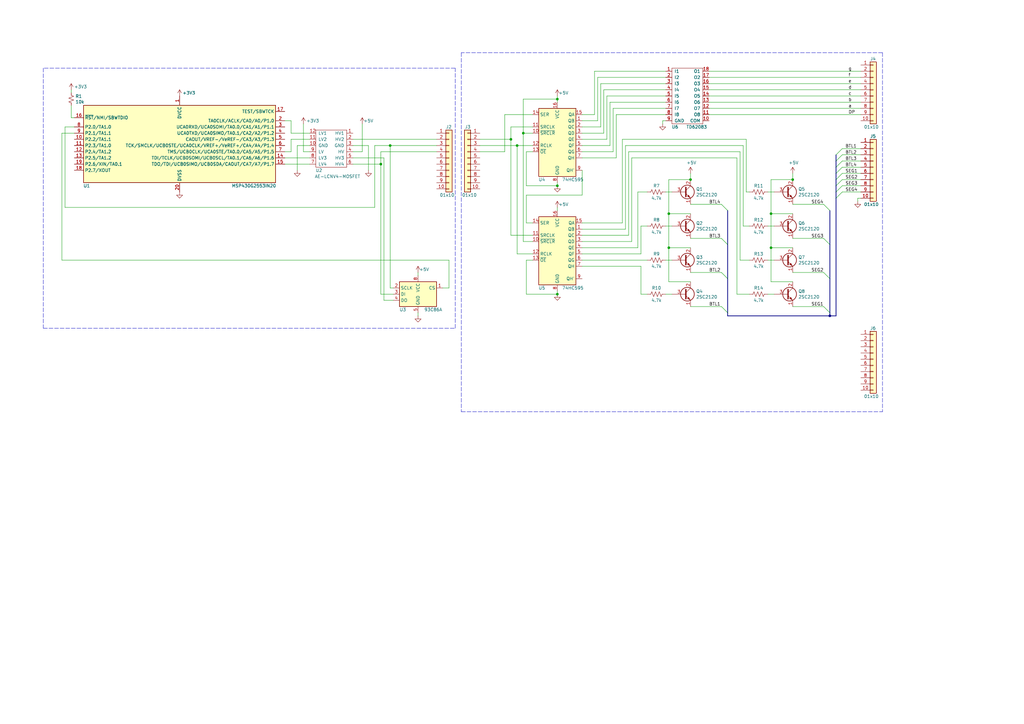
<source format=kicad_sch>
(kicad_sch (version 20211123) (generator eeschema)
  (paper "A3")
  (lib_symbols
    (symbol "74xx:74HC595"
      (property "Reference" "U" (at -7.62 13.97 0))
      (property "Value" "74HC595" (at -7.62 -16.51 0))
      (symbol "74HC595_1_0"
        (pin tri_state line (at 10.16 7.62 180) (length 2.54) (name "QB") (number "1"))
        (pin input line (at -10.16 2.54 0) (length 2.54) (name "~{SRCLR}") (number "10"))
        (pin input line (at -10.16 5.08 0) (length 2.54) (name "SRCLK") (number "11"))
        (pin input line (at -10.16 -2.54 0) (length 2.54) (name "RCLK") (number "12"))
        (pin input line (at -10.16 -5.08 0) (length 2.54) (name "~{OE}") (number "13"))
        (pin input line (at -10.16 10.16 0) (length 2.54) (name "SER") (number "14"))
        (pin tri_state line (at 10.16 10.16 180) (length 2.54) (name "QA") (number "15"))
        (pin power_in line (at 0 15.24 270) (length 2.54) (name "VCC") (number "16"))
        (pin tri_state line (at 10.16 5.08 180) (length 2.54) (name "QC") (number "2"))
        (pin tri_state line (at 10.16 2.54 180) (length 2.54) (name "QD") (number "3"))
        (pin tri_state line (at 10.16 0 180) (length 2.54) (name "QE") (number "4"))
        (pin tri_state line (at 10.16 -2.54 180) (length 2.54) (name "QF") (number "5"))
        (pin tri_state line (at 10.16 -5.08 180) (length 2.54) (name "QG") (number "6"))
        (pin tri_state line (at 10.16 -7.62 180) (length 2.54) (name "QH") (number "7"))
        (pin power_in line (at 0 -17.78 90) (length 2.54) (name "GND") (number "8"))
        (pin output line (at 10.16 -12.7 180) (length 2.54) (name "QH'") (number "9"))
      )
      (symbol "74HC595_1_1"
        (rectangle (start -7.62 12.7) (end 7.62 -15.24) (stroke (width 0.254)) (fill (type background)))
      )
    )
    (symbol "Connector_Generic:Conn_01x10" (pin_names (offset 1.016) hide)
      (property "Reference" "J" (at 0 12.7 0))
      (property "Value" "Conn_01x10" (at 0 -15.24 0))
      (symbol "Conn_01x10_1_1"
        (rectangle (start -1.27 -12.573) (end 0 -12.827) (stroke (width 0.1524)))
        (rectangle (start -1.27 -10.033) (end 0 -10.287) (stroke (width 0.1524)))
        (rectangle (start -1.27 -7.493) (end 0 -7.747) (stroke (width 0.1524)))
        (rectangle (start -1.27 -4.953) (end 0 -5.207) (stroke (width 0.1524)))
        (rectangle (start -1.27 -2.413) (end 0 -2.667) (stroke (width 0.1524)))
        (rectangle (start -1.27 0.127) (end 0 -0.127) (stroke (width 0.1524)))
        (rectangle (start -1.27 2.667) (end 0 2.413) (stroke (width 0.1524)))
        (rectangle (start -1.27 5.207) (end 0 4.953) (stroke (width 0.1524)))
        (rectangle (start -1.27 7.747) (end 0 7.493) (stroke (width 0.1524)))
        (rectangle (start -1.27 10.287) (end 0 10.033) (stroke (width 0.1524)))
        (rectangle (start -1.27 11.43) (end 1.27 -13.97) (stroke (width 0.254)) (fill (type background)))
        (pin passive line (at -5.08 10.16 0) (length 3.81) (name "Pin_1") (number "1"))
        (pin passive line (at -5.08 -12.7 0) (length 3.81) (name "Pin_10") (number "10"))
        (pin passive line (at -5.08 7.62 0) (length 3.81) (name "Pin_2") (number "2"))
        (pin passive line (at -5.08 5.08 0) (length 3.81) (name "Pin_3") (number "3"))
        (pin passive line (at -5.08 2.54 0) (length 3.81) (name "Pin_4") (number "4"))
        (pin passive line (at -5.08 0 0) (length 3.81) (name "Pin_5") (number "5"))
        (pin passive line (at -5.08 -2.54 0) (length 3.81) (name "Pin_6") (number "6"))
        (pin passive line (at -5.08 -5.08 0) (length 3.81) (name "Pin_7") (number "7"))
        (pin passive line (at -5.08 -7.62 0) (length 3.81) (name "Pin_8") (number "8"))
        (pin passive line (at -5.08 -10.16 0) (length 3.81) (name "Pin_9") (number "9"))
      )
    )
    (symbol "Device:Q_NPN_ECB" (pin_names (offset 0) hide)
      (property "Reference" "Q" (at 5.08 1.27 0))
      (property "Value" "Q_NPN_ECB" (at 5.08 -1.27 0))
      (symbol "Q_NPN_ECB_0_1"
        (polyline (pts (xy 0.635 0.635) (xy 2.54 2.54)))
        (polyline (pts (xy 0.635 -0.635) (xy 2.54 -2.54) (xy 2.54 -2.54)))
        (polyline (pts (xy 0.635 1.905) (xy 0.635 -1.905) (xy 0.635 -1.905)) (stroke (width 0.508)))
        (polyline (pts (xy 1.27 -1.778) (xy 1.778 -1.27) (xy 2.286 -2.286) (xy 1.27 -1.778) (xy 1.27 -1.778)) (fill (type outline)))
        (circle (center 1.27 0) (radius 2.8194) (stroke (width 0.254)))
      )
      (symbol "Q_NPN_ECB_1_1"
        (pin passive line (at 2.54 -5.08 90) (length 2.54) (name "E") (number "1"))
        (pin passive line (at 2.54 5.08 270) (length 2.54) (name "C") (number "2"))
        (pin passive line (at -5.08 0 0) (length 5.715) (name "B") (number "3"))
      )
    )
    (symbol "Device:R_Small_US" (pin_numbers hide) (pin_names (offset 0.254) hide)
      (property "Reference" "R" (at 0.762 0.508 0))
      (property "Value" "R_Small_US" (at 0.762 -1.016 0))
      (symbol "R_Small_US_1_1"
        (polyline (pts (xy 0 0) (xy 1.016 -0.381) (xy 0 -0.762) (xy -1.016 -1.143) (xy 0 -1.524)))
        (polyline (pts (xy 0 1.524) (xy 1.016 1.143) (xy 0 0.762) (xy -1.016 0.381) (xy 0 0)))
        (pin passive line (at 0 2.54 270) (length 1.016) (name "~") (number "1"))
        (pin passive line (at 0 -2.54 90) (length 1.016) (name "~") (number "2"))
      )
    )
    (symbol "Device:R_US" (pin_numbers hide) (pin_names (offset 0))
      (property "Reference" "R" (at 2.54 0 90))
      (property "Value" "R_US" (at -2.54 0 90))
      (symbol "R_US_0_1"
        (polyline (pts (xy 0 -2.286) (xy 0 -2.54)))
        (polyline (pts (xy 0 2.286) (xy 0 2.54)))
        (polyline (pts (xy 0 -0.762) (xy 1.016 -1.143) (xy 0 -1.524) (xy -1.016 -1.905) (xy 0 -2.286)))
        (polyline (pts (xy 0 0.762) (xy 1.016 0.381) (xy 0 0) (xy -1.016 -0.381) (xy 0 -0.762)))
        (polyline (pts (xy 0 2.286) (xy 1.016 1.905) (xy 0 1.524) (xy -1.016 1.143) (xy 0 0.762)))
      )
      (symbol "R_US_1_1"
        (pin passive line (at 0 3.81 270) (length 1.27) (name "~") (number "1"))
        (pin passive line (at 0 -3.81 90) (length 1.27) (name "~") (number "2"))
      )
    )
    (symbol "MCU_Texas_MSP430:MSP430G2553IN20"
      (property "Reference" "U" (at -38.1 17.78 0))
      (property "Value" "MSP430G2553IN20" (at 31.75 -16.51 0))
      (symbol "MSP430G2553IN20_0_1"
        (rectangle (start -39.37 16.51) (end 39.37 -15.24) (stroke (width 0.254)) (fill (type background)))
      )
      (symbol "MSP430G2553IN20_1_1"
        (pin power_in line (at 0 20.32 270) (length 3.81) (name "DVCC") (number "1"))
        (pin bidirectional line (at -43.18 2.54 0) (length 3.81) (name "P2.2/TA1.1") (number "10"))
        (pin bidirectional line (at -43.18 0 0) (length 3.81) (name "P2.3/TA1.0") (number "11"))
        (pin bidirectional line (at -43.18 -2.54 0) (length 3.81) (name "P2.4/TA1.2") (number "12"))
        (pin bidirectional line (at -43.18 -5.08 0) (length 3.81) (name "P2.5/TA1.2") (number "13"))
        (pin bidirectional line (at 43.18 -5.08 180) (length 3.81) (name "TDI/TCLK/UCB0SOMI/UCB0SCL/TA0.1/CA6/A6/P1.6") (number "14"))
        (pin bidirectional line (at 43.18 -7.62 180) (length 3.81) (name "TDO/TDI/UCB0SIMO/UCB0SDA/CAOUT/CA7/A7/P1.7") (number "15"))
        (pin input line (at -43.18 11.43 0) (length 3.81) (name "~{RST}/NMI/SBWTDIO") (number "16"))
        (pin input line (at 43.18 13.97 180) (length 3.81) (name "TEST/SBWTCK") (number "17"))
        (pin bidirectional line (at -43.18 -10.16 0) (length 3.81) (name "P2.7/XOUT") (number "18"))
        (pin bidirectional line (at -43.18 -7.62 0) (length 3.81) (name "P2.6/XIN/TA0.1") (number "19"))
        (pin bidirectional line (at 43.18 10.16 180) (length 3.81) (name "TA0CLK/ACLK/CA0/A0/P1.0") (number "2"))
        (pin power_in line (at 0 -19.05 90) (length 3.81) (name "DVSS") (number "20"))
        (pin bidirectional line (at 43.18 7.62 180) (length 3.81) (name "UCA0RXD/UCA0SOMI/TA0.0/CA1/A1/P1.1") (number "3"))
        (pin bidirectional line (at 43.18 5.08 180) (length 3.81) (name "UCA0TXD/UCA0SIMO/TA0.1/CA2/A2/P1.2") (number "4"))
        (pin bidirectional line (at 43.18 2.54 180) (length 3.81) (name "CAOUT/VREF-/VeREF-/CA3/A3/P1.3") (number "5"))
        (pin bidirectional line (at 43.18 0 180) (length 3.81) (name "TCK/SMCLK/UCB0STE/UCA0CLK/VREF+/VeREF+/CA4/A4/P1.4") (number "6"))
        (pin bidirectional line (at 43.18 -2.54 180) (length 3.81) (name "TMS/UCB0CLK/UCA0STE/TA0.0/CA5/A5/P1.5") (number "7"))
        (pin bidirectional line (at -43.18 7.62 0) (length 3.81) (name "P2.0/TA1.0") (number "8"))
        (pin bidirectional line (at -43.18 5.08 0) (length 3.81) (name "P2.1/TA1.1") (number "9"))
      )
    )
    (symbol "Memory_EEPROM:93CxxA"
      (property "Reference" "U" (at -7.62 6.35 0))
      (property "Value" "93CxxA" (at 2.54 -6.35 0))
      (symbol "93CxxA_1_1"
        (rectangle (start -7.62 5.08) (end 7.62 -5.08) (stroke (width 0.254)) (fill (type background)))
        (pin input line (at -10.16 2.54 0) (length 2.54) (name "CS") (number "1"))
        (pin input line (at 10.16 2.54 180) (length 2.54) (name "SCLK") (number "2"))
        (pin input line (at 10.16 0 180) (length 2.54) (name "DI") (number "3"))
        (pin tri_state line (at 10.16 -2.54 180) (length 2.54) (name "DO") (number "4"))
        (pin power_in line (at 0 -7.62 90) (length 2.54) (name "GND") (number "5"))
        (pin no_connect line (at -7.62 0 0) (length 2.54) hide (name "NC") (number "6"))
        (pin no_connect line (at -7.62 -2.54 0) (length 2.54) hide (name "NC") (number "7"))
        (pin power_in line (at 0 7.62 270) (length 2.54) (name "VCC") (number "8"))
      )
    )
    (symbol "akiduki:AE-LCNV4-MOSFET" (pin_names (offset 1.016))
      (property "Reference" "U" (at 0 1.27 0))
      (property "Value" "AE-LCNV4-MOSFET" (at 0 0 0))
      (symbol "AE-LCNV4-MOSFET_0_1"
        (rectangle (start -6.35 -1.27) (end 6.35 -16.51))
      )
      (symbol "AE-LCNV4-MOSFET_1_1"
        (pin bidirectional line (at -8.89 -2.54 0) (length 2.54) (name "HV1") (number "1"))
        (pin power_in line (at 8.89 -7.62 180) (length 2.54) (name "GND") (number "10"))
        (pin bidirectional line (at 8.89 -5.08 180) (length 2.54) (name "LV2") (number "11"))
        (pin bidirectional line (at 8.89 -2.54 180) (length 2.54) (name "LV1") (number "12"))
        (pin bidirectional line (at -8.89 -5.08 0) (length 2.54) (name "HV2") (number "2"))
        (pin power_in line (at -8.89 -7.62 0) (length 2.54) (name "GND") (number "3"))
        (pin power_in line (at -8.89 -10.16 0) (length 2.54) (name "HV") (number "4"))
        (pin bidirectional line (at -8.89 -12.7 0) (length 2.54) (name "HV3") (number "5"))
        (pin bidirectional line (at -8.89 -15.24 0) (length 2.54) (name "HV4") (number "6"))
        (pin bidirectional line (at 8.89 -15.24 180) (length 2.54) (name "LV4") (number "7"))
        (pin bidirectional line (at 8.89 -12.7 180) (length 2.54) (name "LV3") (number "8"))
        (pin power_in line (at 8.89 -10.16 180) (length 2.54) (name "LV") (number "9"))
      )
    )
    (symbol "akiduki:TD62083" (pin_names (offset 1.016))
      (property "Reference" "U" (at -6.35 -12.7 0))
      (property "Value" "TD62083" (at 5.08 -12.7 0))
      (symbol "TD62083_0_1"
        (rectangle (start -6.35 11.43) (end 6.35 -11.43))
      )
      (symbol "TD62083_1_1"
        (pin input line (at -8.89 10.16 0) (length 2.54) (name "I1") (number "1"))
        (pin power_in line (at 8.89 -10.16 180) (length 2.54) (name "COM") (number "10"))
        (pin output line (at 8.89 -7.62 180) (length 2.54) (name "O8") (number "11"))
        (pin output line (at 8.89 -5.08 180) (length 2.54) (name "O7") (number "12"))
        (pin output line (at 8.89 -2.54 180) (length 2.54) (name "O6") (number "13"))
        (pin output line (at 8.89 0 180) (length 2.54) (name "O5") (number "14"))
        (pin output line (at 8.89 2.54 180) (length 2.54) (name "O4") (number "15"))
        (pin output line (at 8.89 5.08 180) (length 2.54) (name "O3") (number "16"))
        (pin output line (at 8.89 7.62 180) (length 2.54) (name "O2") (number "17"))
        (pin output line (at 8.89 10.16 180) (length 2.54) (name "O1") (number "18"))
        (pin input line (at -8.89 7.62 0) (length 2.54) (name "I2") (number "2"))
        (pin input line (at -8.89 5.08 0) (length 2.54) (name "I3") (number "3"))
        (pin input line (at -8.89 2.54 0) (length 2.54) (name "I4") (number "4"))
        (pin input line (at -8.89 0 0) (length 2.54) (name "I5") (number "5"))
        (pin input line (at -8.89 -2.54 0) (length 2.54) (name "I6") (number "6"))
        (pin input line (at -8.89 -5.08 0) (length 2.54) (name "I7") (number "7"))
        (pin input line (at -8.89 -7.62 0) (length 2.54) (name "I8") (number "8"))
        (pin power_in line (at -8.89 -10.16 0) (length 2.54) (name "GND") (number "9"))
      )
    )
    (symbol "power:+3V3" (power) (pin_names (offset 0))
      (property "Value" "+3V3" (at 0 3.556 0))
      (symbol "+3V3_0_1"
        (polyline (pts (xy -0.762 1.27) (xy 0 2.54)))
        (polyline (pts (xy 0 0) (xy 0 2.54)))
        (polyline (pts (xy 0 2.54) (xy 0.762 1.27)))
      )
      (symbol "+3V3_1_1"
        (pin power_in line (at 0 0 90) (length 0) hide (name "+3V3") (number "1"))
      )
    )
    (symbol "power:+5V" (power) (pin_names (offset 0))
      (property "Value" "+5V" (at 0 3.556 0))
      (symbol "+5V_0_1"
        (polyline (pts (xy -0.762 1.27) (xy 0 2.54)))
        (polyline (pts (xy 0 0) (xy 0 2.54)))
        (polyline (pts (xy 0 2.54) (xy 0.762 1.27)))
      )
      (symbol "+5V_1_1"
        (pin power_in line (at 0 0 90) (length 0) hide (name "+5V") (number "1"))
      )
    )
    (symbol "power:GND" (power) (pin_names (offset 0))
      (property "Value" "GND" (at 0 -3.81 0))
      (symbol "GND_0_1"
        (polyline (pts (xy 0 0) (xy 0 -1.27) (xy 1.27 -1.27) (xy 0 -2.54) (xy -1.27 -1.27) (xy 0 -1.27)))
      )
      (symbol "GND_1_1"
        (pin power_in line (at 0 0 270) (length 0) hide (name "GND") (number "1"))
      )
    )
  )
  (junction (at 274.32 87.63))
  (junction (at 160.02 59.69))
  (junction (at 156.21 67.31))
  (junction (at 228.6 120.65))
  (junction (at 228.6 40.64))
  (junction (at 212.09 59.69))
  (junction (at 340.36 129.54))
  (junction (at 316.23 101.6))
  (junction (at 325.12 73.66))
  (junction (at 214.63 54.61))
  (junction (at 209.55 57.15))
  (junction (at 316.23 87.63))
  (junction (at 274.32 101.6))
  (junction (at 283.21 73.66))
  (junction (at 228.6 76.2))
  (bus_entry (at 337.82 125.73) (size 2.54 2.54))
  (bus_entry (at 342.9 63.5) (size 2.54 -2.54))
  (bus_entry (at 342.9 68.58) (size 2.54 -2.54))
  (bus_entry (at 337.82 83.82) (size 2.54 2.54))
  (bus_entry (at 295.91 97.79) (size 2.54 2.54))
  (bus_entry (at 295.91 83.82) (size 2.54 2.54))
  (bus_entry (at 342.9 76.2) (size 2.54 -2.54))
  (bus_entry (at 342.9 78.74) (size 2.54 -2.54))
  (bus_entry (at 337.82 111.76) (size 2.54 2.54))
  (bus_entry (at 337.82 97.79) (size 2.54 2.54))
  (bus_entry (at 342.9 66.04) (size 2.54 -2.54))
  (bus_entry (at 342.9 73.66) (size 2.54 -2.54))
  (bus_entry (at 295.91 111.76) (size 2.54 2.54))
  (bus_entry (at 295.91 125.73) (size 2.54 2.54))
  (bus_entry (at 342.9 71.12) (size 2.54 -2.54))
  (bus_entry (at 342.9 81.28) (size 2.54 -2.54))
  (wire (pts (xy 262.89 104.14) (xy 238.76 104.14)))
  (wire (pts (xy 273.05 78.74) (xy 275.59 78.74)))
  (wire (pts (xy 124.46 50.8) (xy 124.46 62.23)))
  (wire (pts (xy 29.21 38.1) (xy 29.21 36.83)))
  (wire (pts (xy 121.92 59.69) (xy 121.92 69.85)))
  (wire (pts (xy 215.9 80.01) (xy 215.9 91.44)))
  (wire (pts (xy 215.9 76.2) (xy 215.9 62.23)))
  (wire (pts (xy 29.21 43.18) (xy 29.21 48.26)))
  (wire (pts (xy 238.76 69.85) (xy 238.76 80.01)))
  (wire (pts (xy 262.89 120.65) (xy 265.43 120.65)))
  (wire (pts (xy 283.21 87.63) (xy 274.32 87.63)))
  (wire (pts (xy 238.76 91.44) (xy 255.27 91.44)))
  (bus (pts (xy 342.9 71.12) (xy 342.9 73.66)))
  (wire (pts (xy 144.78 64.77) (xy 157.48 64.77)))
  (wire (pts (xy 144.78 59.69) (xy 151.13 59.69)))
  (wire (pts (xy 262.89 109.22) (xy 262.89 120.65)))
  (wire (pts (xy 171.45 111.76) (xy 171.45 113.03)))
  (wire (pts (xy 214.63 54.61) (xy 214.63 40.64)))
  (wire (pts (xy 257.81 62.23) (xy 257.81 96.52)))
  (wire (pts (xy 119.38 57.15) (xy 127 57.15)))
  (wire (pts (xy 238.76 54.61) (xy 247.65 54.61)))
  (wire (pts (xy 256.54 59.69) (xy 256.54 93.98)))
  (bus (pts (xy 340.36 86.36) (xy 340.36 100.33)))
  (wire (pts (xy 124.46 62.23) (xy 127 62.23)))
  (wire (pts (xy 252.73 64.77) (xy 252.73 46.99)))
  (wire (pts (xy 275.59 92.71) (xy 273.05 92.71)))
  (wire (pts (xy 307.34 92.71) (xy 304.8 92.71)))
  (wire (pts (xy 243.84 29.21) (xy 243.84 46.99)))
  (wire (pts (xy 228.6 39.37) (xy 228.6 40.64)))
  (wire (pts (xy 317.5 92.71) (xy 314.96 92.71)))
  (wire (pts (xy 273.05 49.53) (xy 271.78 49.53)))
  (polyline (pts (xy 361.95 21.59) (xy 189.23 21.59)))
  (wire (pts (xy 184.15 118.11) (xy 181.61 118.11)))
  (wire (pts (xy 290.83 41.91) (xy 353.06 41.91)))
  (wire (pts (xy 261.62 101.6) (xy 261.62 78.74)))
  (wire (pts (xy 153.67 85.09) (xy 26.67 85.09)))
  (wire (pts (xy 238.76 96.52) (xy 257.81 96.52)))
  (wire (pts (xy 316.23 115.57) (xy 325.12 115.57)))
  (wire (pts (xy 337.82 125.73) (xy 325.12 125.73)))
  (wire (pts (xy 259.08 64.77) (xy 302.26 64.77)))
  (wire (pts (xy 353.06 66.04) (xy 345.44 66.04)))
  (wire (pts (xy 316.23 87.63) (xy 316.23 101.6)))
  (wire (pts (xy 25.4 54.61) (xy 25.4 106.68)))
  (wire (pts (xy 214.63 54.61) (xy 214.63 99.06)))
  (wire (pts (xy 325.12 111.76) (xy 337.82 111.76)))
  (wire (pts (xy 302.26 120.65) (xy 307.34 120.65)))
  (polyline (pts (xy 189.23 168.91) (xy 361.95 168.91)))
  (wire (pts (xy 252.73 46.99) (xy 273.05 46.99)))
  (wire (pts (xy 325.12 73.66) (xy 316.23 73.66)))
  (wire (pts (xy 353.06 76.2) (xy 345.44 76.2)))
  (wire (pts (xy 302.26 64.77) (xy 302.26 120.65)))
  (wire (pts (xy 209.55 57.15) (xy 209.55 96.52)))
  (wire (pts (xy 245.11 49.53) (xy 245.11 31.75)))
  (wire (pts (xy 271.78 49.53) (xy 271.78 50.8)))
  (wire (pts (xy 156.21 67.31) (xy 156.21 120.65)))
  (wire (pts (xy 119.38 62.23) (xy 119.38 57.15)))
  (bus (pts (xy 340.36 128.27) (xy 340.36 129.54)))
  (wire (pts (xy 250.19 59.69) (xy 250.19 41.91)))
  (bus (pts (xy 342.9 66.04) (xy 342.9 68.58)))
  (wire (pts (xy 214.63 40.64) (xy 228.6 40.64)))
  (wire (pts (xy 215.9 106.68) (xy 218.44 106.68)))
  (wire (pts (xy 248.92 57.15) (xy 238.76 57.15)))
  (polyline (pts (xy 189.23 21.59) (xy 189.23 168.91)))
  (wire (pts (xy 161.29 118.11) (xy 160.02 118.11)))
  (wire (pts (xy 351.79 81.28) (xy 353.06 81.28)))
  (wire (pts (xy 228.6 120.65) (xy 215.9 120.65)))
  (wire (pts (xy 209.55 52.07) (xy 209.55 57.15)))
  (wire (pts (xy 251.46 62.23) (xy 238.76 62.23)))
  (polyline (pts (xy 361.95 21.59) (xy 361.95 168.91)))
  (wire (pts (xy 261.62 78.74) (xy 265.43 78.74)))
  (wire (pts (xy 306.07 78.74) (xy 307.34 78.74)))
  (wire (pts (xy 30.48 52.07) (xy 26.67 52.07)))
  (wire (pts (xy 275.59 120.65) (xy 273.05 120.65)))
  (bus (pts (xy 298.45 114.3) (xy 298.45 128.27)))
  (wire (pts (xy 161.29 123.19) (xy 157.48 123.19)))
  (wire (pts (xy 316.23 101.6) (xy 316.23 115.57)))
  (wire (pts (xy 228.6 40.64) (xy 228.6 41.91)))
  (wire (pts (xy 353.06 73.66) (xy 345.44 73.66)))
  (bus (pts (xy 342.9 81.28) (xy 342.9 129.54)))
  (wire (pts (xy 119.38 49.53) (xy 119.38 54.61)))
  (wire (pts (xy 256.54 93.98) (xy 238.76 93.98)))
  (wire (pts (xy 251.46 44.45) (xy 251.46 62.23)))
  (wire (pts (xy 353.06 63.5) (xy 345.44 63.5)))
  (wire (pts (xy 25.4 106.68) (xy 184.15 106.68)))
  (bus (pts (xy 342.9 78.74) (xy 342.9 81.28)))
  (wire (pts (xy 116.84 49.53) (xy 119.38 49.53)))
  (wire (pts (xy 144.78 67.31) (xy 156.21 67.31)))
  (wire (pts (xy 247.65 54.61) (xy 247.65 36.83)))
  (wire (pts (xy 156.21 67.31) (xy 156.21 62.23)))
  (wire (pts (xy 250.19 41.91) (xy 273.05 41.91)))
  (wire (pts (xy 283.21 101.6) (xy 274.32 101.6)))
  (wire (pts (xy 325.12 97.79) (xy 337.82 97.79)))
  (wire (pts (xy 116.84 62.23) (xy 119.38 62.23)))
  (wire (pts (xy 151.13 59.69) (xy 151.13 69.85)))
  (wire (pts (xy 228.6 85.09) (xy 228.6 86.36)))
  (wire (pts (xy 144.78 62.23) (xy 148.59 62.23)))
  (bus (pts (xy 342.9 63.5) (xy 342.9 66.04)))
  (wire (pts (xy 283.21 71.12) (xy 283.21 73.66)))
  (wire (pts (xy 295.91 97.79) (xy 283.21 97.79)))
  (wire (pts (xy 273.05 106.68) (xy 275.59 106.68)))
  (wire (pts (xy 212.09 59.69) (xy 212.09 104.14)))
  (wire (pts (xy 248.92 39.37) (xy 273.05 39.37)))
  (wire (pts (xy 316.23 73.66) (xy 316.23 87.63)))
  (bus (pts (xy 342.9 129.54) (xy 340.36 129.54)))
  (polyline (pts (xy 186.69 27.94) (xy 17.78 27.94)))
  (bus (pts (xy 340.36 100.33) (xy 340.36 114.3)))
  (wire (pts (xy 283.21 111.76) (xy 295.91 111.76)))
  (wire (pts (xy 215.9 62.23) (xy 218.44 62.23)))
  (wire (pts (xy 238.76 49.53) (xy 245.11 49.53)))
  (wire (pts (xy 238.76 106.68) (xy 265.43 106.68)))
  (wire (pts (xy 156.21 62.23) (xy 179.07 62.23)))
  (wire (pts (xy 351.79 82.55) (xy 351.79 81.28)))
  (wire (pts (xy 314.96 106.68) (xy 317.5 106.68)))
  (wire (pts (xy 303.53 106.68) (xy 307.34 106.68)))
  (wire (pts (xy 215.9 91.44) (xy 218.44 91.44)))
  (wire (pts (xy 353.06 34.29) (xy 290.83 34.29)))
  (wire (pts (xy 218.44 96.52) (xy 209.55 96.52)))
  (wire (pts (xy 25.4 54.61) (xy 30.48 54.61)))
  (wire (pts (xy 26.67 85.09) (xy 26.67 52.07)))
  (wire (pts (xy 119.38 54.61) (xy 127 54.61)))
  (wire (pts (xy 160.02 118.11) (xy 160.02 59.69)))
  (wire (pts (xy 353.06 46.99) (xy 290.83 46.99)))
  (wire (pts (xy 325.12 101.6) (xy 316.23 101.6)))
  (wire (pts (xy 246.38 34.29) (xy 246.38 52.07)))
  (wire (pts (xy 215.9 120.65) (xy 215.9 106.68)))
  (wire (pts (xy 228.6 74.93) (xy 228.6 76.2)))
  (wire (pts (xy 304.8 59.69) (xy 256.54 59.69)))
  (wire (pts (xy 248.92 39.37) (xy 248.92 57.15)))
  (wire (pts (xy 251.46 44.45) (xy 273.05 44.45)))
  (wire (pts (xy 153.67 59.69) (xy 160.02 59.69)))
  (wire (pts (xy 148.59 62.23) (xy 148.59 50.8)))
  (wire (pts (xy 212.09 59.69) (xy 218.44 59.69)))
  (wire (pts (xy 303.53 62.23) (xy 303.53 106.68)))
  (wire (pts (xy 262.89 109.22) (xy 238.76 109.22)))
  (wire (pts (xy 353.06 29.21) (xy 290.83 29.21)))
  (wire (pts (xy 121.92 59.69) (xy 127 59.69)))
  (wire (pts (xy 238.76 99.06) (xy 259.08 99.06)))
  (wire (pts (xy 246.38 34.29) (xy 273.05 34.29)))
  (wire (pts (xy 116.84 67.31) (xy 127 67.31)))
  (wire (pts (xy 283.21 83.82) (xy 295.91 83.82)))
  (wire (pts (xy 325.12 71.12) (xy 325.12 73.66)))
  (wire (pts (xy 243.84 29.21) (xy 273.05 29.21)))
  (wire (pts (xy 196.85 59.69) (xy 212.09 59.69)))
  (wire (pts (xy 246.38 52.07) (xy 238.76 52.07)))
  (wire (pts (xy 238.76 101.6) (xy 261.62 101.6)))
  (polyline (pts (xy 17.78 134.62) (xy 186.69 134.62)))
  (wire (pts (xy 274.32 115.57) (xy 283.21 115.57)))
  (wire (pts (xy 262.89 92.71) (xy 265.43 92.71)))
  (bus (pts (xy 342.9 73.66) (xy 342.9 76.2)))
  (bus (pts (xy 298.45 86.36) (xy 298.45 100.33)))
  (wire (pts (xy 238.76 80.01) (xy 215.9 80.01)))
  (wire (pts (xy 214.63 99.06) (xy 218.44 99.06)))
  (wire (pts (xy 196.85 57.15) (xy 209.55 57.15)))
  (wire (pts (xy 243.84 46.99) (xy 238.76 46.99)))
  (wire (pts (xy 290.83 31.75) (xy 353.06 31.75)))
  (wire (pts (xy 196.85 62.23) (xy 207.01 62.23)))
  (wire (pts (xy 228.6 119.38) (xy 228.6 120.65)))
  (wire (pts (xy 247.65 36.83) (xy 273.05 36.83)))
  (polyline (pts (xy 17.78 27.94) (xy 17.78 134.62)))
  (wire (pts (xy 259.08 64.77) (xy 259.08 99.06)))
  (wire (pts (xy 290.83 36.83) (xy 353.06 36.83)))
  (wire (pts (xy 171.45 128.27) (xy 171.45 129.54)))
  (wire (pts (xy 304.8 59.69) (xy 304.8 92.71)))
  (polyline (pts (xy 186.69 134.62) (xy 186.69 27.94)))
  (wire (pts (xy 353.06 39.37) (xy 290.83 39.37)))
  (wire (pts (xy 218.44 54.61) (xy 214.63 54.61)))
  (wire (pts (xy 156.21 120.65) (xy 161.29 120.65)))
  (wire (pts (xy 207.01 46.99) (xy 218.44 46.99)))
  (wire (pts (xy 209.55 52.07) (xy 218.44 52.07)))
  (wire (pts (xy 295.91 125.73) (xy 283.21 125.73)))
  (bus (pts (xy 342.9 68.58) (xy 342.9 71.12)))
  (wire (pts (xy 353.06 68.58) (xy 345.44 68.58)))
  (wire (pts (xy 127 64.77) (xy 116.84 64.77)))
  (wire (pts (xy 245.11 31.75) (xy 273.05 31.75)))
  (wire (pts (xy 274.32 101.6) (xy 274.32 115.57)))
  (wire (pts (xy 144.78 57.15) (xy 179.07 57.15)))
  (wire (pts (xy 314.96 120.65) (xy 317.5 120.65)))
  (wire (pts (xy 353.06 44.45) (xy 290.83 44.45)))
  (wire (pts (xy 212.09 104.14) (xy 218.44 104.14)))
  (wire (pts (xy 157.48 123.19) (xy 157.48 64.77)))
  (wire (pts (xy 325.12 87.63) (xy 316.23 87.63)))
  (wire (pts (xy 283.21 73.66) (xy 274.32 73.66)))
  (wire (pts (xy 274.32 87.63) (xy 274.32 101.6)))
  (wire (pts (xy 306.07 57.15) (xy 306.07 78.74)))
  (wire (pts (xy 325.12 83.82) (xy 337.82 83.82)))
  (wire (pts (xy 314.96 78.74) (xy 317.5 78.74)))
  (wire (pts (xy 238.76 59.69) (xy 250.19 59.69)))
  (bus (pts (xy 298.45 129.54) (xy 340.36 129.54)))
  (bus (pts (xy 298.45 128.27) (xy 298.45 129.54)))
  (wire (pts (xy 29.21 48.26) (xy 30.48 48.26)))
  (wire (pts (xy 153.67 59.69) (xy 153.67 85.09)))
  (wire (pts (xy 160.02 59.69) (xy 179.07 59.69)))
  (wire (pts (xy 255.27 57.15) (xy 255.27 91.44)))
  (wire (pts (xy 257.81 62.23) (xy 303.53 62.23)))
  (bus (pts (xy 342.9 76.2) (xy 342.9 78.74)))
  (wire (pts (xy 228.6 76.2) (xy 215.9 76.2)))
  (bus (pts (xy 340.36 114.3) (xy 340.36 128.27)))
  (wire (pts (xy 238.76 64.77) (xy 252.73 64.77)))
  (bus (pts (xy 298.45 100.33) (xy 298.45 114.3)))
  (wire (pts (xy 255.27 57.15) (xy 306.07 57.15)))
  (wire (pts (xy 274.32 73.66) (xy 274.32 87.63)))
  (wire (pts (xy 353.06 78.74) (xy 345.44 78.74)))
  (wire (pts (xy 184.15 106.68) (xy 184.15 118.11)))
  (wire (pts (xy 262.89 104.14) (xy 262.89 92.71)))
  (wire (pts (xy 353.06 71.12) (xy 345.44 71.12)))
  (wire (pts (xy 353.06 60.96) (xy 345.44 60.96)))
  (wire (pts (xy 207.01 46.99) (xy 207.01 62.23)))
  (label "BTL2" (at 290.83 111.76 0))
  (label "BTL3" (at 346.71 66.04 0))
  (label "a" (at 347.98 44.45 0))
  (label "SEG3" (at 346.71 76.2 0))
  (label "SEG2" (at 346.71 73.66 0))
  (label "DP" (at 347.98 46.99 0))
  (label "g" (at 347.98 29.21 0))
  (label "SEG1" (at 332.74 125.73 0))
  (label "BTL2" (at 346.71 63.5 0))
  (label "SEG3" (at 332.74 97.79 0))
  (label "e" (at 347.98 34.29 0))
  (label "BTL4" (at 346.71 68.58 0))
  (label "b" (at 347.98 41.91 0))
  (label "BTL4" (at 290.83 83.82 0))
  (label "BTL1" (at 346.71 60.96 0))
  (label "f" (at 347.98 31.75 0))
  (label "SEG1" (at 346.71 71.12 0))
  (label "BTL3" (at 290.83 97.79 0))
  (label "SEG4" (at 332.74 83.82 0))
  (label "SEG2" (at 332.74 111.76 0))
  (label "c" (at 347.98 39.37 0))
  (label "SEG4" (at 346.71 78.74 0))
  (label "d" (at 347.98 36.83 0))
  (label "BTL1" (at 290.83 125.73 0))
  (symbol (lib_id "MCU_Texas_MSP430:MSP430G2553IN20") (at 73.66 59.69 0) (unit 1)
    (property "Reference" "U1" (at 35.56 76.2 0))
    (property "Value" "MSP430G2553IN20" (at 104.14 76.2 0))
    (property "Footprint" "Package_DIP:DIP-20_W7.62mm" (effects hide))
    (property "Datasheet" "http://www.ti.com/lit/ds/symlink/msp430g2553.pdf" (effects hide))
  )
  (symbol (lib_id "power:GND") (at 73.66 78.74 0) (unit 1)
    (property "Reference" "#PWR?" (effects hide))
    (property "Value" "GND" (effects hide))
  )
  (symbol (lib_id "power:GND") (at 121.92 69.85 0) (unit 1)
    (property "Reference" "#PWR?" (effects hide))
    (property "Value" "GND" (effects hide))
  )
  (symbol (lib_id "power:GND") (at 151.13 69.85 0) (unit 1)
    (property "Reference" "#PWR?" (effects hide))
    (property "Value" "GND" (effects hide))
  )
  (symbol (lib_id "power:+3V3") (at 73.66 39.37 0) (unit 1)
    (property "Reference" "#PWR?" (effects hide))
    (property "Value" "+3V3" (at 77.47 38.1 0))
  )
  (symbol (lib_id "power:+3V3") (at 124.46 50.8 0) (unit 1)
    (property "Reference" "#PWR?" (effects hide))
    (property "Value" "+3V3" (at 128.27 49.53 0))
  )
  (symbol (lib_id "power:+5V") (at 148.59 50.8 0) (unit 1)
    (property "Reference" "#PWR?" (effects hide))
    (property "Value" "+5V" (at 151.13 49.53 0))
  )
  (symbol (lib_id "74xx:74HC595") (at 228.6 57.15 0) (unit 1)
    (property "Reference" "U4" (at 222.25 73.66 0))
    (property "Value" "74HC595" (at 234.95 73.66 0))
    (property "Datasheet" "http://www.ti.com/lit/ds/symlink/sn74hc595.pdf" (effects hide))
  )
  (symbol (lib_id "74xx:74HC595") (at 228.6 101.6 0) (unit 1)
    (property "Reference" "U5" (at 222.25 118.11 0))
    (property "Value" "74HC595" (at 234.95 118.11 0))
    (property "Datasheet" "http://www.ti.com/lit/ds/symlink/sn74hc595.pdf" (effects hide))
  )
  (symbol (lib_id "power:GND") (at 228.6 76.2 0) (unit 1)
    (property "Reference" "#PWR?" (effects hide))
    (property "Value" "GND" (effects hide))
  )
  (symbol (lib_id "power:GND") (at 228.6 120.65 0) (unit 1)
    (property "Reference" "#PWR?" (effects hide))
    (property "Value" "GND" (effects hide))
  )
  (symbol (lib_id "akiduki:TD62083") (at 281.94 39.37 0) (unit 1)
    (property "Reference" "U6" (at 276.86 52.07 0))
    (property "Value" "TD62083" (at 285.75 52.07 0))
  )
  (symbol (lib_id "power:+5V") (at 228.6 39.37 0) (unit 1)
    (property "Reference" "#PWR?" (effects hide))
    (property "Value" "+5V" (at 231.14 38.1 0))
  )
  (symbol (lib_id "power:+5V") (at 228.6 85.09 0) (unit 1)
    (property "Reference" "#PWR?" (effects hide))
    (property "Value" "+5V" (at 231.14 83.82 0))
  )
  (symbol (lib_id "power:GND") (at 271.78 50.8 0) (unit 1)
    (property "Reference" "#PWR?" (effects hide))
    (property "Value" "GND" (effects hide))
  )
  (symbol (lib_id "Device:Q_NPN_ECB") (at 280.67 120.65 0) (unit 1)
    (property "Reference" "Q4" (at 285.496 119.4816 0) (effects (justify left)))
    (property "Value" "2SC2120" (at 285.496 121.793 0) (effects (justify left)))
  )
  (symbol (lib_id "Device:Q_NPN_ECB") (at 280.67 106.68 0) (unit 1)
    (property "Reference" "Q3" (at 285.496 105.5116 0) (effects (justify left)))
    (property "Value" "2SC2120" (at 285.496 107.823 0) (effects (justify left)))
  )
  (symbol (lib_id "Device:Q_NPN_ECB") (at 280.67 92.71 0) (unit 1)
    (property "Reference" "Q2" (at 285.496 91.5416 0) (effects (justify left)))
    (property "Value" "2SC2120" (at 285.496 93.853 0) (effects (justify left)))
  )
  (symbol (lib_id "Device:Q_NPN_ECB") (at 280.67 78.74 0) (unit 1)
    (property "Reference" "Q1" (at 285.496 77.5716 0) (effects (justify left)))
    (property "Value" "2SC2120" (at 285.496 79.883 0) (effects (justify left)))
  )
  (symbol (lib_id "Device:Q_NPN_ECB") (at 322.58 120.65 0) (unit 1)
    (property "Reference" "Q8" (at 327.406 119.4816 0) (effects (justify left)))
    (property "Value" "2SC2120" (at 327.406 121.793 0) (effects (justify left)))
  )
  (symbol (lib_id "Device:Q_NPN_ECB") (at 322.58 106.68 0) (unit 1)
    (property "Reference" "Q7" (at 327.406 105.5116 0) (effects (justify left)))
    (property "Value" "2SC2120" (at 327.406 107.823 0) (effects (justify left)))
  )
  (symbol (lib_id "Device:Q_NPN_ECB") (at 322.58 92.71 0) (unit 1)
    (property "Reference" "Q6" (at 327.406 91.5416 0) (effects (justify left)))
    (property "Value" "2SC2120" (at 327.406 93.853 0) (effects (justify left)))
  )
  (symbol (lib_id "Device:Q_NPN_ECB") (at 322.58 78.74 0) (unit 1)
    (property "Reference" "Q5" (at 327.406 77.5716 0) (effects (justify left)))
    (property "Value" "2SC2120" (at 327.406 79.883 0) (effects (justify left)))
  )
  (symbol (lib_id "Device:R_Small_US") (at 29.21 40.64 0) (unit 1)
    (property "Reference" "R1" (at 30.9372 39.4716 0) (effects (justify left)))
    (property "Value" "10k" (at 30.9372 41.783 0) (effects (justify left)))
  )
  (symbol (lib_id "power:+3V3") (at 29.21 36.83 0) (unit 1)
    (property "Reference" "#PWR?" (effects hide))
    (property "Value" "+3V3" (at 33.02 35.56 0))
  )
  (symbol (lib_id "Device:R_US") (at 269.24 120.65 270) (unit 1)
    (property "Reference" "R10" (at 269.24 118.11 90))
    (property "Value" "4.7k" (at 269.24 123.19 90))
  )
  (symbol (lib_id "Device:R_US") (at 269.24 106.68 270) (unit 1)
    (property "Reference" "R9" (at 269.24 104.14 90))
    (property "Value" "4.7k" (at 269.24 109.22 90))
  )
  (symbol (lib_id "Device:R_US") (at 269.24 92.71 270) (unit 1)
    (property "Reference" "R8" (at 269.24 90.17 90))
    (property "Value" "4.7k" (at 269.24 95.25 90))
  )
  (symbol (lib_id "Device:R_US") (at 269.24 78.74 270) (unit 1)
    (property "Reference" "R7" (at 269.24 76.2 90))
    (property "Value" "4.7k" (at 269.24 81.28 90))
  )
  (symbol (lib_id "Device:R_US") (at 311.15 120.65 270) (unit 1)
    (property "Reference" "R14" (at 311.15 118.11 90))
    (property "Value" "4.7k" (at 311.15 123.19 90))
  )
  (symbol (lib_id "Device:R_US") (at 311.15 106.68 270) (unit 1)
    (property "Reference" "R13" (at 311.15 104.14 90))
    (property "Value" "4.7k" (at 311.15 109.22 90))
  )
  (symbol (lib_id "Device:R_US") (at 311.15 92.71 270) (unit 1)
    (property "Reference" "R12" (at 311.15 90.17 90))
    (property "Value" "4.7k" (at 311.15 95.25 90))
  )
  (symbol (lib_id "Device:R_US") (at 311.15 78.74 270) (unit 1)
    (property "Reference" "R11" (at 311.15 76.2 90))
    (property "Value" "4.7k" (at 311.15 81.28 90))
  )
  (symbol (lib_id "power:+5V") (at 283.21 71.12 0) (unit 1)
    (property "Reference" "#PWR?" (effects hide))
    (property "Value" "+5V" (at 283.591 66.7258 0))
  )
  (symbol (lib_id "Connector_Generic:Conn_01x10") (at 358.14 68.58 0) (unit 1)
    (property "Reference" "J5" (at 356.87 55.88 0) (effects (justify left)))
    (property "Value" "01x10" (at 354.33 83.82 0) (effects (justify left)))
  )
  (symbol (lib_id "power:+5V") (at 325.12 71.12 0) (unit 1)
    (property "Reference" "#PWR?" (effects hide))
    (property "Value" "+5V" (at 325.501 66.7258 0))
  )
  (symbol (lib_id "power:GND") (at 351.79 82.55 0) (unit 1)
    (property "Reference" "#PWR?" (effects hide))
    (property "Value" "GND" (effects hide))
  )
  (symbol (lib_id "Connector_Generic:Conn_01x10") (at 358.14 36.83 0) (unit 1)
    (property "Reference" "J4" (at 356.87 24.13 0) (effects (justify left)))
    (property "Value" "01x10" (at 354.33 52.07 0) (effects (justify left)))
  )
  (symbol (lib_id "akiduki:AE-LCNV4-MOSFET") (at 135.89 52.07 0) (mirror y) (unit 1)
    (property "Reference" "U2" (at 130.81 69.85 0))
    (property "Value" "AE-LCNV4-MOSFET" (at 138.43 72.39 0))
  )
  (symbol (lib_id "Memory_EEPROM:93CxxA") (at 171.45 120.65 0) (mirror y) (unit 1)
    (property "Reference" "U3" (at 163.83 127 0) (effects (justify right)))
    (property "Value" "93C86A" (at 173.99 127 0) (effects (justify right)))
    (property "Datasheet" "http://ww1.microchip.com/downloads/en/DeviceDoc/20001749K.pdf" (effects hide))
  )
  (symbol (lib_id "power:GND") (at 171.45 129.54 0) (unit 1)
    (property "Reference" "#PWR?" (effects hide))
    (property "Value" "GND" (effects hide))
  )
  (symbol (lib_id "power:+5V") (at 171.45 111.76 0) (unit 1)
    (property "Reference" "#PWR?" (effects hide))
    (property "Value" "+5V" (at 173.99 110.49 0))
  )
  (symbol (lib_id "Connector_Generic:Conn_01x10") (at 358.14 147.32 0) (unit 1)
    (property "Reference" "J6" (at 356.87 134.62 0) (effects (justify left)))
    (property "Value" "01x10" (at 354.33 162.56 0) (effects (justify left)))
  )
  (symbol (lib_id "Connector_Generic:Conn_01x10") (at 184.15 64.77 0) (unit 1)
    (property "Reference" "J2" (at 182.88 52.07 0) (effects (justify left)))
    (property "Value" "01x10" (at 180.34 80.01 0) (effects (justify left)))
  )
  (symbol (lib_id "Connector_Generic:Conn_01x10") (at 191.77 64.77 0) (mirror y) (unit 1)
    (property "Reference" "J3" (at 193.04 52.07 0) (effects (justify left)))
    (property "Value" "01x10" (at 195.58 80.01 0) (effects (justify left)))
  )
)
</source>
